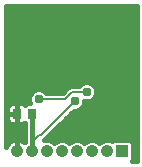
<source format=gbl>
G75*
%MOIN*%
%OFA0B0*%
%FSLAX25Y25*%
%IPPOS*%
%LPD*%
%AMOC8*
5,1,8,0,0,1.08239X$1,22.5*
%
%ADD10R,0.04200X0.04200*%
%ADD11C,0.04200*%
%ADD12R,0.02756X0.03543*%
%ADD13C,0.01600*%
%ADD14C,0.00800*%
%ADD15C,0.03100*%
D10*
X0053201Y0007194D03*
D11*
X0048201Y0007194D03*
X0043201Y0007194D03*
X0038201Y0007194D03*
X0033201Y0007194D03*
X0028201Y0007194D03*
X0023201Y0007194D03*
X0018201Y0007194D03*
D12*
X0018130Y0019694D03*
X0023248Y0019694D03*
D13*
X0014489Y0008424D02*
X0014489Y0055512D01*
X0058133Y0055512D01*
X0058133Y0003994D01*
X0056464Y0003994D01*
X0056901Y0004431D01*
X0056901Y0009956D01*
X0055964Y0010894D01*
X0050438Y0010894D01*
X0049998Y0010454D01*
X0048937Y0010894D01*
X0047465Y0010894D01*
X0046105Y0010330D01*
X0045701Y0009926D01*
X0045297Y0010330D01*
X0043937Y0010894D01*
X0042465Y0010894D01*
X0041105Y0010330D01*
X0040701Y0009926D01*
X0040297Y0010330D01*
X0038937Y0010894D01*
X0037465Y0010894D01*
X0036105Y0010330D01*
X0035701Y0009926D01*
X0035297Y0010330D01*
X0033937Y0010894D01*
X0032465Y0010894D01*
X0031105Y0010330D01*
X0030701Y0009926D01*
X0030297Y0010330D01*
X0028937Y0010894D01*
X0027465Y0010894D01*
X0027384Y0010860D01*
X0028289Y0011765D01*
X0037168Y0020644D01*
X0038116Y0020644D01*
X0039273Y0021123D01*
X0040160Y0022009D01*
X0040639Y0023167D01*
X0040639Y0023936D01*
X0040863Y0023844D01*
X0042116Y0023844D01*
X0043273Y0024323D01*
X0044160Y0025209D01*
X0044639Y0026367D01*
X0044639Y0027620D01*
X0044160Y0028778D01*
X0043273Y0029664D01*
X0042116Y0030144D01*
X0040863Y0030144D01*
X0039705Y0029664D01*
X0039034Y0028994D01*
X0035861Y0028994D01*
X0034689Y0027822D01*
X0033461Y0026594D01*
X0027944Y0026594D01*
X0027273Y0027264D01*
X0026116Y0027744D01*
X0024863Y0027744D01*
X0023705Y0027264D01*
X0022819Y0026378D01*
X0022339Y0025220D01*
X0022339Y0023967D01*
X0022713Y0023065D01*
X0021207Y0023065D01*
X0020831Y0022688D01*
X0020613Y0022906D01*
X0020203Y0023143D01*
X0019745Y0023265D01*
X0018130Y0023265D01*
X0016515Y0023265D01*
X0016057Y0023143D01*
X0015647Y0022906D01*
X0015312Y0022571D01*
X0015075Y0022160D01*
X0014952Y0021702D01*
X0014952Y0019694D01*
X0018130Y0019694D01*
X0018130Y0023265D01*
X0018130Y0019694D01*
X0018130Y0019694D01*
X0018130Y0019694D01*
X0018201Y0018194D01*
X0018201Y0007194D01*
X0018201Y0007194D01*
X0018201Y0011094D01*
X0018585Y0011094D01*
X0019339Y0010944D01*
X0020048Y0010650D01*
X0020687Y0010223D01*
X0020801Y0010109D01*
X0020801Y0016669D01*
X0020613Y0016482D01*
X0020203Y0016245D01*
X0019745Y0016122D01*
X0018130Y0016122D01*
X0018130Y0019694D01*
X0014952Y0019694D01*
X0014952Y0017685D01*
X0015075Y0017227D01*
X0015312Y0016817D01*
X0015647Y0016482D01*
X0016057Y0016245D01*
X0016515Y0016122D01*
X0018130Y0016122D01*
X0018130Y0019694D01*
X0018130Y0019694D01*
X0018130Y0019777D02*
X0018130Y0019777D01*
X0018130Y0018179D02*
X0018130Y0018179D01*
X0018130Y0016580D02*
X0018130Y0016580D01*
X0015548Y0016580D02*
X0014489Y0016580D01*
X0014489Y0014982D02*
X0020801Y0014982D01*
X0020801Y0016580D02*
X0020712Y0016580D01*
X0023201Y0018194D02*
X0023201Y0007194D01*
X0020801Y0010186D02*
X0020724Y0010186D01*
X0020801Y0011785D02*
X0014489Y0011785D01*
X0014489Y0010186D02*
X0015678Y0010186D01*
X0015715Y0010223D02*
X0015172Y0009680D01*
X0014745Y0009041D01*
X0014489Y0008424D01*
X0014489Y0008588D02*
X0014557Y0008588D01*
X0015715Y0010223D02*
X0016354Y0010650D01*
X0017063Y0010944D01*
X0017817Y0011094D01*
X0018201Y0011094D01*
X0018201Y0007194D01*
X0018201Y0008588D02*
X0018201Y0008588D01*
X0018201Y0010186D02*
X0018201Y0010186D01*
X0020801Y0013383D02*
X0014489Y0013383D01*
X0014489Y0018179D02*
X0014952Y0018179D01*
X0014952Y0019777D02*
X0014489Y0019777D01*
X0014489Y0021376D02*
X0014952Y0021376D01*
X0014489Y0022974D02*
X0015766Y0022974D01*
X0014489Y0024573D02*
X0022339Y0024573D01*
X0021117Y0022974D02*
X0020494Y0022974D01*
X0018130Y0022974D02*
X0018130Y0022974D01*
X0018130Y0021376D02*
X0018130Y0021376D01*
X0014489Y0026171D02*
X0022733Y0026171D01*
X0023248Y0019694D02*
X0023201Y0018194D01*
X0028309Y0011785D02*
X0058133Y0011785D01*
X0058133Y0010186D02*
X0056671Y0010186D01*
X0056901Y0008588D02*
X0058133Y0008588D01*
X0058133Y0006989D02*
X0056901Y0006989D01*
X0056901Y0005391D02*
X0058133Y0005391D01*
X0058133Y0013383D02*
X0029907Y0013383D01*
X0031506Y0014982D02*
X0058133Y0014982D01*
X0058133Y0016580D02*
X0033104Y0016580D01*
X0034703Y0018179D02*
X0058133Y0018179D01*
X0058133Y0019777D02*
X0036301Y0019777D01*
X0039526Y0021376D02*
X0058133Y0021376D01*
X0058133Y0022974D02*
X0040559Y0022974D01*
X0043523Y0024573D02*
X0058133Y0024573D01*
X0058133Y0026171D02*
X0044558Y0026171D01*
X0044577Y0027770D02*
X0058133Y0027770D01*
X0058133Y0029368D02*
X0043569Y0029368D01*
X0039409Y0029368D02*
X0014489Y0029368D01*
X0014489Y0030967D02*
X0058133Y0030967D01*
X0058133Y0032565D02*
X0014489Y0032565D01*
X0014489Y0034164D02*
X0058133Y0034164D01*
X0058133Y0035762D02*
X0014489Y0035762D01*
X0014489Y0037361D02*
X0058133Y0037361D01*
X0058133Y0038959D02*
X0014489Y0038959D01*
X0014489Y0040558D02*
X0058133Y0040558D01*
X0058133Y0042156D02*
X0014489Y0042156D01*
X0014489Y0043755D02*
X0058133Y0043755D01*
X0058133Y0045354D02*
X0014489Y0045354D01*
X0014489Y0046952D02*
X0058133Y0046952D01*
X0058133Y0048551D02*
X0014489Y0048551D01*
X0014489Y0050149D02*
X0058133Y0050149D01*
X0058133Y0051748D02*
X0014489Y0051748D01*
X0014489Y0053346D02*
X0058133Y0053346D01*
X0058133Y0054945D02*
X0014489Y0054945D01*
X0014489Y0027770D02*
X0034637Y0027770D01*
X0035441Y0010186D02*
X0035961Y0010186D01*
X0040441Y0010186D02*
X0040961Y0010186D01*
X0045441Y0010186D02*
X0045961Y0010186D01*
X0030961Y0010186D02*
X0030441Y0010186D01*
D14*
X0026289Y0012594D02*
X0025489Y0012594D01*
X0023089Y0010194D01*
X0023089Y0007794D01*
X0023201Y0007194D01*
X0026289Y0012594D02*
X0037489Y0023794D01*
X0036689Y0026994D02*
X0041489Y0026994D01*
X0036689Y0026994D02*
X0034289Y0024594D01*
X0025489Y0024594D01*
D15*
X0025489Y0024594D03*
X0037489Y0023794D03*
X0041489Y0026994D03*
M02*

</source>
